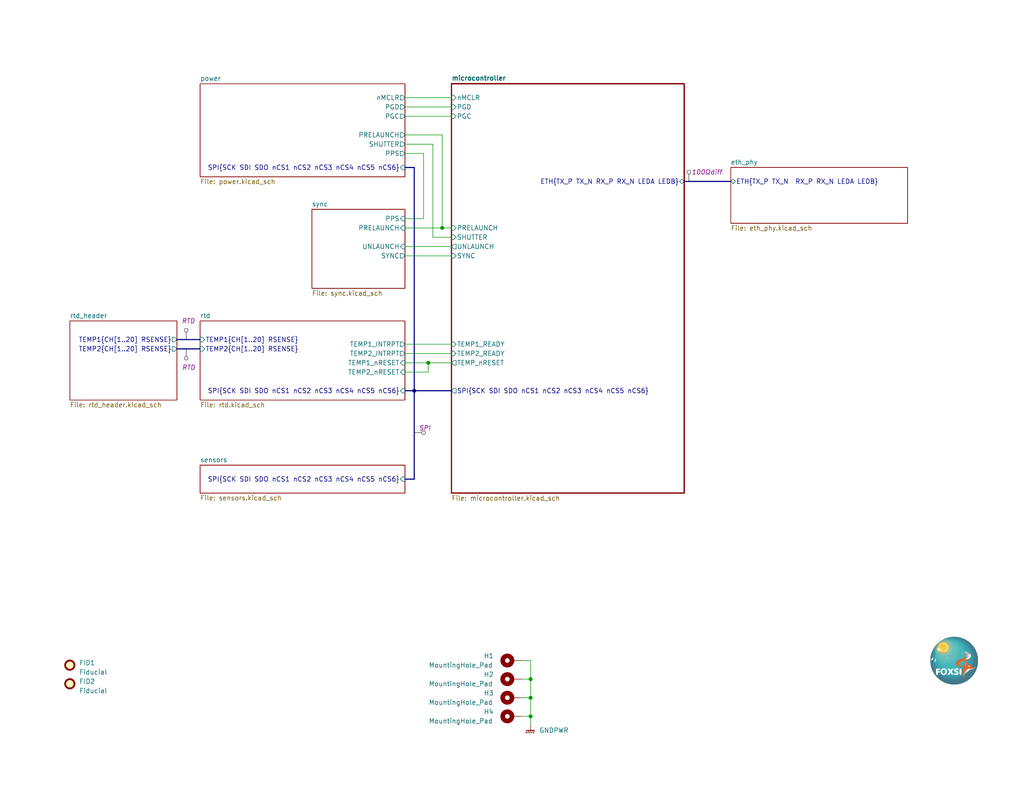
<source format=kicad_sch>
(kicad_sch (version 20230121) (generator eeschema)
  (paper "USLetter")
  (title_block (title "FOXSI-4 Plenum Board") (rev "1") (company "University of Minnesota") (comment 1 "Author: Thanasi Pantazides, panta013@umn.edu"))
  (lib_symbols
    (symbol "Mechanical:Fiducial"
      (property "Reference" "FID" (at 0 5.08 0))
      (property "Value" "Fiducial" (at 0 3.175 0))
      (symbol "Fiducial_0_1"
        (circle (center 0 0) (radius 1.27) (stroke (width 0.508)) (fill (type background)))
      )
    )
    (symbol "Mechanical:MountingHole_Pad" (pin_numbers hide) (pin_names (offset 1.016) hide)
      (property "Reference" "H" (at 0 6.35 0))
      (property "Value" "MountingHole_Pad" (at 0 4.445 0))
      (symbol "MountingHole_Pad_0_1"
        (circle (center 0 1.27) (radius 1.27) (stroke (width 1.27)))
      )
      (symbol "MountingHole_Pad_1_1"
        (pin input line (at 0 -2.54 90) (length 2.54) (name "1") (number "1"))
      )
    )
    (symbol "power:GNDPWR" (power) (pin_names (offset 0))
      (property "Value" "GNDPWR" (at 0 -3.302 0))
      (symbol "GNDPWR_0_1"
        (polyline (pts (xy 0 -1.27) (xy 0 0)))
        (polyline (pts (xy -1.016 -1.27) (xy -1.27 -2.032) (xy -1.27 -2.032)) (stroke (width 0.2032)))
        (polyline (pts (xy -0.508 -1.27) (xy -0.762 -2.032) (xy -0.762 -2.032)) (stroke (width 0.2032)))
        (polyline (pts (xy 0 -1.27) (xy -0.254 -2.032) (xy -0.254 -2.032)) (stroke (width 0.2032)))
        (polyline (pts (xy 0.508 -1.27) (xy 0.254 -2.032) (xy 0.254 -2.032)) (stroke (width 0.2032)))
        (polyline (pts (xy 1.016 -1.27) (xy -1.016 -1.27) (xy -1.016 -1.27)) (stroke (width 0.2032)))
        (polyline (pts (xy 1.016 -1.27) (xy 0.762 -2.032) (xy 0.762 -2.032) (xy 0.762 -2.032)) (stroke (width 0.2032)))
      )
      (symbol "GNDPWR_1_1"
        (pin power_in line (at 0 0 270) (length 0) hide (name "GNDPWR") (number "1"))
      )
    )
  )
  (junction (at 120.65 62.23))
  (junction (at 113.03 106.68))
  (junction (at 144.78 190.5))
  (junction (at 144.78 195.58))
  (junction (at 144.78 185.42))
  (junction (at 116.84 99.06))
  (wire (pts (xy 120.65 62.23) (xy 123.19 62.23)))
  (wire (pts (xy 120.65 36.83) (xy 110.49 36.83)))
  (wire (pts (xy 110.49 99.06) (xy 116.84 99.06)))
  (wire (pts (xy 110.49 93.98) (xy 123.19 93.98)))
  (wire (pts (xy 142.24 190.5) (xy 144.78 190.5)))
  (wire (pts (xy 120.65 62.23) (xy 120.65 36.83)))
  (wire (pts (xy 144.78 185.42) (xy 144.78 190.5)))
  (wire (pts (xy 110.49 62.23) (xy 120.65 62.23)))
  (wire (pts (xy 110.49 31.75) (xy 123.19 31.75)))
  (bus (pts (xy 113.03 106.68) (xy 113.03 130.81)))
  (wire (pts (xy 144.78 190.5) (xy 144.78 195.58)))
  (wire (pts (xy 110.49 26.67) (xy 123.19 26.67)))
  (wire (pts (xy 110.49 29.21) (xy 123.19 29.21)))
  (wire (pts (xy 116.84 99.06) (xy 116.84 101.6)))
  (wire (pts (xy 118.11 39.37) (xy 110.49 39.37)))
  (bus (pts (xy 113.03 45.72) (xy 113.03 106.68)))
  (wire (pts (xy 116.84 101.6) (xy 110.49 101.6)))
  (wire (pts (xy 118.11 64.77) (xy 118.11 39.37)))
  (wire (pts (xy 110.49 41.91) (xy 115.57 41.91)))
  (bus (pts (xy 48.26 95.25) (xy 54.61 95.25)))
  (wire (pts (xy 110.49 67.31) (xy 123.19 67.31)))
  (wire (pts (xy 144.78 195.58) (xy 142.24 195.58)))
  (bus (pts (xy 110.49 130.81) (xy 113.03 130.81)))
  (wire (pts (xy 115.57 41.91) (xy 115.57 59.69)))
  (wire (pts (xy 144.78 180.34) (xy 144.78 185.42)))
  (wire (pts (xy 144.78 198.12) (xy 144.78 195.58)))
  (wire (pts (xy 110.49 69.85) (xy 123.19 69.85)))
  (bus (pts (xy 110.49 106.68) (xy 113.03 106.68)))
  (wire (pts (xy 110.49 96.52) (xy 123.19 96.52)))
  (bus (pts (xy 186.69 49.53) (xy 199.39 49.53)))
  (bus (pts (xy 110.49 45.72) (xy 113.03 45.72)))
  (wire (pts (xy 123.19 99.06) (xy 116.84 99.06)))
  (wire (pts (xy 115.57 59.69) (xy 110.49 59.69)))
  (bus (pts (xy 48.26 92.71) (xy 54.61 92.71)))
  (wire (pts (xy 142.24 185.42) (xy 144.78 185.42)))
  (wire (pts (xy 142.24 180.34) (xy 144.78 180.34)))
  (wire (pts (xy 123.19 64.77) (xy 118.11 64.77)))
  (bus (pts (xy 113.03 106.68) (xy 123.19 106.68)))
  (image (at 260.35 180.34) (scale 0.0747501))
  (netclass_flag "" (length 2.54) (shape round) (at 50.8 95.25 180) (property "Netclass" "RTD" (at 53.34 100.33 0) (effects (font italic) (justify right))))
  (netclass_flag "" (length 2.54) (shape round) (at 50.8 92.71 0) (property "Netclass" "RTD" (at 49.53 87.63 0) (effects (font italic) (justify left))))
  (netclass_flag "" (length 2.54) (shape round) (at 113.03 118.11 270) (property "Netclass" "SPI" (at 114.3 116.84 0) (effects (font italic) (justify left))))
  (netclass_flag "" (length 2.54) (shape round) (at 187.96 49.53 0) (property "Netclass" "100Ωdiff" (at 188.6585 46.99 0) (effects (font italic) (justify left))))
  (symbol (lib_id "Mechanical:MountingHole_Pad") (at 139.7 180.34 90) (unit 1)
    (property "Reference" "H1" (at 133.35 179.07 90))
    (property "Value" "MountingHole_Pad" (at 125.73 181.61 90))
    (property "Footprint" "MountingHole:MountingHole_0.116in_Pad" (effects hide))
  )
  (symbol (lib_id "power:GNDPWR") (at 144.78 198.12 0) (unit 1)
    (property "Reference" "#PWR0101" (effects hide))
    (property "Value" "GNDPWR" (at 151.13 199.39 0))
  )
  (symbol (lib_id "Mechanical:Fiducial") (at 19.05 186.69 0) (unit 1)
    (property "Reference" "FID2" (at 21.59 186.055 0) (effects (justify left)))
    (property "Value" "Fiducial" (at 21.59 188.595 0) (effects (justify left)))
    (property "Footprint" "Fiducial:Fiducial_1mm_Mask2mm" (effects hide))
  )
  (symbol (lib_id "Mechanical:MountingHole_Pad") (at 139.7 190.5 90) (unit 1)
    (property "Reference" "H3" (at 133.35 189.23 90))
    (property "Value" "MountingHole_Pad" (at 125.73 191.77 90))
    (property "Footprint" "MountingHole:MountingHole_0.116in_Pad" (effects hide))
  )
  (symbol (lib_id "Mechanical:Fiducial") (at 19.05 181.61 0) (unit 1)
    (property "Reference" "FID1" (at 21.59 180.975 0) (effects (justify left)))
    (property "Value" "Fiducial" (at 21.59 183.515 0) (effects (justify left)))
    (property "Footprint" "Fiducial:Fiducial_1mm_Mask2mm" (effects hide))
  )
  (symbol (lib_id "Mechanical:MountingHole_Pad") (at 139.7 185.42 90) (unit 1)
    (property "Reference" "H2" (at 133.35 184.15 90))
    (property "Value" "MountingHole_Pad" (at 125.73 186.69 90))
    (property "Footprint" "MountingHole:MountingHole_0.116in_Pad" (effects hide))
  )
  (symbol (lib_id "Mechanical:MountingHole_Pad") (at 139.7 195.58 90) (unit 1)
    (property "Reference" "H4" (at 133.35 194.31 90))
    (property "Value" "MountingHole_Pad" (at 125.73 196.85 90))
    (property "Footprint" "MountingHole:MountingHole_0.116in_Pad" (effects hide))
  )
  (sheet (at 199.39 45.72) (size 48.26 15.24) (stroke (width 0.1524))
    (property "Sheetname" "eth_phy" (at 199.39 45.0084 0) (effects (justify left bottom)))
    (property "Sheetfile" "eth_phy.kicad_sch" (at 199.39 61.5446 0) (effects (justify left top)))
    (pin "ETH{TX_P TX_N  RX_P RX_N LEDA LEDB}" bidirectional (at 199.39 49.53 180))
  )
  (sheet (at 54.61 87.63) (size 55.88 21.59) (stroke (width 0.1524))
    (property "Sheetname" "rtd" (at 54.61 86.9184 0) (effects (justify left bottom)))
    (property "Sheetfile" "rtd.kicad_sch" (at 54.61 109.8046 0) (effects (justify left top)))
    (pin "TEMP1{CH[1..20] RSENSE}" input (at 54.61 92.71 180))
    (pin "TEMP2{CH[1..20] RSENSE}" input (at 54.61 95.25 180))
    (pin "TEMP2_nRESET" input (at 110.49 101.6 0))
    (pin "TEMP2_INTRPT" output (at 110.49 96.52 0))
    (pin "TEMP1_INTRPT" output (at 110.49 93.98 0))
    (pin "TEMP1_nRESET" input (at 110.49 99.06 0))
    (pin "SPI{SCK SDI SDO nCS1 nCS2 nCS3 nCS4 nCS5 nCS6}" input (at 110.49 106.68 0))
  )
  (sheet (at 85.09 57.15) (size 25.4 21.59) (stroke (width 0.1524))
    (property "Sheetname" "sync" (at 85.09 56.4384 0) (effects (justify left bottom)))
    (property "Sheetfile" "sync.kicad_sch" (at 85.09 79.3246 0) (effects (justify left top)))
    (pin "UNLAUNCH" input (at 110.49 67.31 0))
    (pin "PRELAUNCH" input (at 110.49 62.23 0))
    (pin "PPS" input (at 110.49 59.69 0))
    (pin "SYNC" output (at 110.49 69.85 0))
  )
  (sheet (at 123.19 22.86) (size 63.5 111.76) (stroke (width 0.3048))
    (property "Sheetname" "microcontroller" (at 123.19 22.0722 0) (effects (font bold) (justify left bottom)))
    (property "Sheetfile" "microcontroller.kicad_sch" (at 123.19 135.2808 0) (effects (justify left top)))
    (pin "UNLAUNCH" output (at 123.19 67.31 180))
    (pin "TEMP1_READY" input (at 123.19 93.98 180))
    (pin "TEMP2_READY" input (at 123.19 96.52 180))
    (pin "SHUTTER" input (at 123.19 64.77 180))
    (pin "SYNC" input (at 123.19 69.85 180))
    (pin "ETH{TX_P TX_N RX_P RX_N LEDA LEDB}" bidirectional (at 186.69 49.53 0))
    (pin "TEMP_nRESET" output (at 123.19 99.06 180))
    (pin "SPI{SCK SDI SDO nCS1 nCS2 nCS3 nCS4 nCS5 nCS6}" output (at 123.19 106.68 180))
    (pin "PRELAUNCH" input (at 123.19 62.23 180))
    (pin "PGC" input (at 123.19 31.75 180))
    (pin "PGD" input (at 123.19 29.21 180))
    (pin "nMCLR" input (at 123.19 26.67 180))
  )
  (sheet (at 19.05 87.63) (size 29.21 21.59) (stroke (width 0.1524))
    (property "Sheetname" "rtd_header" (at 19.05 86.9184 0) (effects (justify left bottom)))
    (property "Sheetfile" "rtd_header.kicad_sch" (at 19.05 109.8046 0) (effects (justify left top)))
    (pin "TEMP2{CH[1..20] RSENSE}" output (at 48.26 95.25 0))
    (pin "TEMP1{CH[1..20] RSENSE}" output (at 48.26 92.71 0))
  )
  (sheet (at 54.61 127) (size 55.88 7.62) (stroke (width 0.1524))
    (property "Sheetname" "sensors" (at 54.61 126.2884 0) (effects (justify left bottom)))
    (property "Sheetfile" "sensors.kicad_sch" (at 54.61 135.2046 0) (effects (justify left top)))
    (pin "SPI{SCK SDI SDO nCS1 nCS2 nCS3 nCS4 nCS5 nCS6}" input (at 110.49 130.81 0))
  )
  (sheet (at 54.61 22.86) (size 55.88 25.4) (stroke (width 0.1524))
    (property "Sheetname" "power" (at 54.61 22.1484 0) (effects (justify left bottom)))
    (property "Sheetfile" "power.kicad_sch" (at 54.61 48.8446 0) (effects (justify left top)))
    (pin "nMCLR" output (at 110.49 26.67 0))
    (pin "PGD" output (at 110.49 29.21 0))
    (pin "PGC" output (at 110.49 31.75 0))
    (pin "PRELAUNCH" output (at 110.49 36.83 0))
    (pin "SHUTTER" output (at 110.49 39.37 0))
    (pin "SPI{SCK SDI SDO nCS1 nCS2 nCS3 nCS4 nCS5 nCS6}" input (at 110.49 45.72 0))
    (pin "PPS" output (at 110.49 41.91 0))
  )
)
</source>
